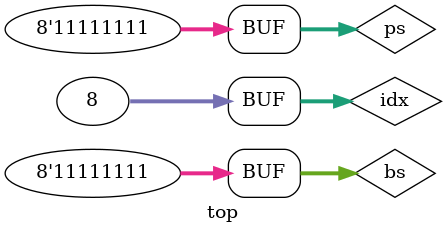
<source format=v>

module top;
  // The array code does not currently work because we need &APV<>!
  // Both &PV<> and &APV<> (when implemented) need to have bit
  // specific value change callbacks to function correctly.
  reg [7:0] array [1:0];
  reg [7:0] bs, ps;
  integer idx;

  initial begin
    bs = 8'b0;
    ps = 8'b0;
    array[0] = 8'b0;
    $monitor($time," BS = ", bs[1], ", PS = ", ps[2:1], ", AR = ", array[0][1]);

    // This should only trigger the $monitor when bit 1 changes.
    for (idx = 0; idx < 8 ; idx = idx + 1) begin
      #1 bs[idx] = 1'b1;
    end

    // This should only trigger the $monitor when bit 1 or 2 changes.
    for (idx = 0; idx < 8 ; idx = idx + 1) begin
      #1 ps[idx] = 1'b1;
    end

    // This should only trigger the $monitor when bit 1 of array[0] changes..
    for (idx = 0; idx < 8 ; idx = idx + 1) begin
      #1 array[0][idx] = 1'b1;
    end
  end
endmodule

</source>
